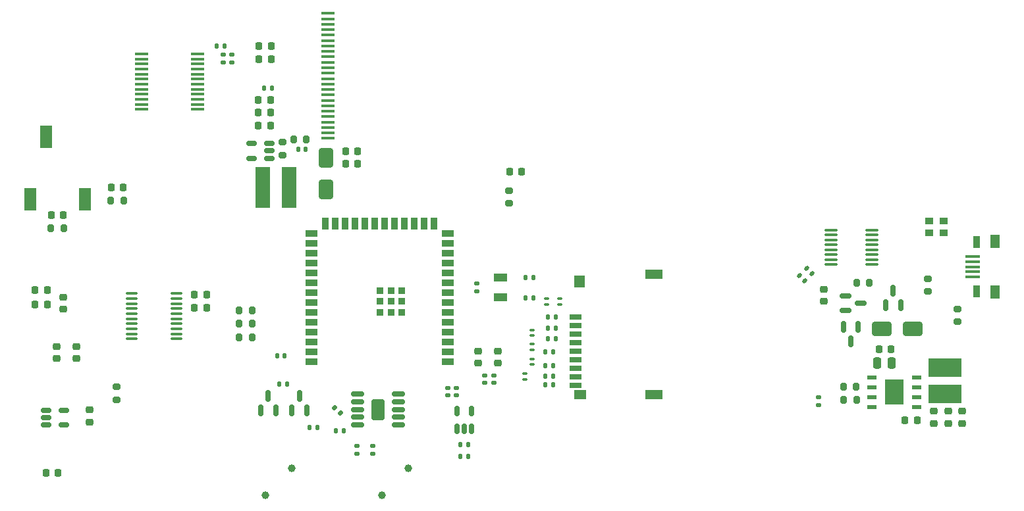
<source format=gtp>
%TF.GenerationSoftware,KiCad,Pcbnew,8.0.5-8.0.5-0~ubuntu24.04.1*%
%TF.CreationDate,2024-10-22T00:13:01+08:00*%
%TF.ProjectId,EL6170_Pro_Max_Plus,454c3631-3730-45f5-9072-6f5f4d61785f,rev?*%
%TF.SameCoordinates,Original*%
%TF.FileFunction,Paste,Top*%
%TF.FilePolarity,Positive*%
%FSLAX46Y46*%
G04 Gerber Fmt 4.6, Leading zero omitted, Abs format (unit mm)*
G04 Created by KiCad (PCBNEW 8.0.5-8.0.5-0~ubuntu24.04.1) date 2024-10-22 00:13:01*
%MOMM*%
%LPD*%
G01*
G04 APERTURE LIST*
G04 Aperture macros list*
%AMRoundRect*
0 Rectangle with rounded corners*
0 $1 Rounding radius*
0 $2 $3 $4 $5 $6 $7 $8 $9 X,Y pos of 4 corners*
0 Add a 4 corners polygon primitive as box body*
4,1,4,$2,$3,$4,$5,$6,$7,$8,$9,$2,$3,0*
0 Add four circle primitives for the rounded corners*
1,1,$1+$1,$2,$3*
1,1,$1+$1,$4,$5*
1,1,$1+$1,$6,$7*
1,1,$1+$1,$8,$9*
0 Add four rect primitives between the rounded corners*
20,1,$1+$1,$2,$3,$4,$5,0*
20,1,$1+$1,$4,$5,$6,$7,0*
20,1,$1+$1,$6,$7,$8,$9,0*
20,1,$1+$1,$8,$9,$2,$3,0*%
G04 Aperture macros list end*
%ADD10RoundRect,0.140000X0.140000X0.170000X-0.140000X0.170000X-0.140000X-0.170000X0.140000X-0.170000X0*%
%ADD11RoundRect,0.135000X0.135000X0.185000X-0.135000X0.185000X-0.135000X-0.185000X0.135000X-0.185000X0*%
%ADD12RoundRect,0.200000X0.200000X0.275000X-0.200000X0.275000X-0.200000X-0.275000X0.200000X-0.275000X0*%
%ADD13RoundRect,0.140000X0.219203X0.021213X0.021213X0.219203X-0.219203X-0.021213X-0.021213X-0.219203X0*%
%ADD14RoundRect,0.150000X0.150000X-0.587500X0.150000X0.587500X-0.150000X0.587500X-0.150000X-0.587500X0*%
%ADD15RoundRect,0.225000X0.225000X0.250000X-0.225000X0.250000X-0.225000X-0.250000X0.225000X-0.250000X0*%
%ADD16RoundRect,0.140000X-0.170000X0.140000X-0.170000X-0.140000X0.170000X-0.140000X0.170000X0.140000X0*%
%ADD17RoundRect,0.100000X-0.637500X-0.100000X0.637500X-0.100000X0.637500X0.100000X-0.637500X0.100000X0*%
%ADD18RoundRect,0.225000X-0.225000X-0.250000X0.225000X-0.250000X0.225000X0.250000X-0.225000X0.250000X0*%
%ADD19RoundRect,0.135000X-0.185000X0.135000X-0.185000X-0.135000X0.185000X-0.135000X0.185000X0.135000X0*%
%ADD20RoundRect,0.225000X0.250000X-0.225000X0.250000X0.225000X-0.250000X0.225000X-0.250000X-0.225000X0*%
%ADD21RoundRect,0.140000X-0.140000X-0.170000X0.140000X-0.170000X0.140000X0.170000X-0.140000X0.170000X0*%
%ADD22RoundRect,0.225000X-0.250000X0.225000X-0.250000X-0.225000X0.250000X-0.225000X0.250000X0.225000X0*%
%ADD23R,1.600000X0.700000*%
%ADD24R,1.600000X1.200000*%
%ADD25R,2.200000X1.200000*%
%ADD26R,1.400000X1.600000*%
%ADD27RoundRect,0.200000X-0.200000X-0.275000X0.200000X-0.275000X0.200000X0.275000X-0.200000X0.275000X0*%
%ADD28RoundRect,0.135000X-0.135000X-0.185000X0.135000X-0.185000X0.135000X0.185000X-0.135000X0.185000X0*%
%ADD29RoundRect,0.050000X0.250000X-0.100000X0.250000X0.100000X-0.250000X0.100000X-0.250000X-0.100000X0*%
%ADD30RoundRect,0.150000X0.150000X-0.512500X0.150000X0.512500X-0.150000X0.512500X-0.150000X-0.512500X0*%
%ADD31RoundRect,0.135000X0.226274X0.035355X0.035355X0.226274X-0.226274X-0.035355X-0.035355X-0.226274X0*%
%ADD32RoundRect,0.150000X-0.512500X-0.150000X0.512500X-0.150000X0.512500X0.150000X-0.512500X0.150000X0*%
%ADD33R,4.300000X2.400000*%
%ADD34RoundRect,0.050000X-0.250000X0.100000X-0.250000X-0.100000X0.250000X-0.100000X0.250000X0.100000X0*%
%ADD35R,1.500000X3.000000*%
%ADD36RoundRect,0.250000X-0.650000X1.000000X-0.650000X-1.000000X0.650000X-1.000000X0.650000X1.000000X0*%
%ADD37RoundRect,0.150000X-0.150000X0.587500X-0.150000X-0.587500X0.150000X-0.587500X0.150000X0.587500X0*%
%ADD38RoundRect,0.200000X-0.275000X0.200000X-0.275000X-0.200000X0.275000X-0.200000X0.275000X0.200000X0*%
%ADD39RoundRect,0.150000X-0.587500X-0.150000X0.587500X-0.150000X0.587500X0.150000X-0.587500X0.150000X0*%
%ADD40RoundRect,0.140000X0.170000X-0.140000X0.170000X0.140000X-0.170000X0.140000X-0.170000X-0.140000X0*%
%ADD41R,1.850000X0.400000*%
%ADD42R,1.300000X1.720000*%
%ADD43R,0.900000X1.620000*%
%ADD44C,1.000000*%
%ADD45R,1.000000X0.900000*%
%ADD46RoundRect,0.250000X0.595000X1.080000X-0.595000X1.080000X-0.595000X-1.080000X0.595000X-1.080000X0*%
%ADD47RoundRect,0.150000X0.687500X0.150000X-0.687500X0.150000X-0.687500X-0.150000X0.687500X-0.150000X0*%
%ADD48RoundRect,0.100000X-0.712500X-0.100000X0.712500X-0.100000X0.712500X0.100000X-0.712500X0.100000X0*%
%ADD49RoundRect,0.200000X0.275000X-0.200000X0.275000X0.200000X-0.275000X0.200000X-0.275000X-0.200000X0*%
%ADD50RoundRect,0.250000X-1.000000X-0.650000X1.000000X-0.650000X1.000000X0.650000X-1.000000X0.650000X0*%
%ADD51R,1.900000X5.300000*%
%ADD52R,1.750000X0.450000*%
%ADD53RoundRect,0.218750X-0.218750X-0.256250X0.218750X-0.256250X0.218750X0.256250X-0.218750X0.256250X0*%
%ADD54R,0.900000X0.900000*%
%ADD55R,1.500000X0.900000*%
%ADD56R,0.900000X1.500000*%
%ADD57RoundRect,0.135000X0.185000X-0.135000X0.185000X0.135000X-0.185000X0.135000X-0.185000X-0.135000X0*%
%ADD58R,1.800000X0.400000*%
%ADD59R,1.200000X0.600000*%
%ADD60R,2.400000X3.300000*%
%ADD61RoundRect,0.150000X0.512500X0.150000X-0.512500X0.150000X-0.512500X-0.150000X0.512500X-0.150000X0*%
%ADD62RoundRect,0.250000X-0.250000X-0.475000X0.250000X-0.475000X0.250000X0.475000X-0.250000X0.475000X0*%
%ADD63R,1.800000X1.000000*%
G04 APERTURE END LIST*
D10*
%TO.C,C48*%
X158780000Y-101700000D03*
X157820000Y-101700000D03*
%TD*%
D11*
%TO.C,R24*%
X161310000Y-115550000D03*
X160290000Y-115550000D03*
%TD*%
D12*
%TO.C,R23*%
X200325000Y-117500000D03*
X198675000Y-117500000D03*
%TD*%
D10*
%TO.C,C47*%
X158780000Y-104300000D03*
X157820000Y-104300000D03*
%TD*%
D13*
%TO.C,C25*%
X194589411Y-101189411D03*
X193910589Y-100510589D03*
%TD*%
D11*
%TO.C,R30*%
X161710000Y-106750000D03*
X160690000Y-106750000D03*
%TD*%
D14*
%TO.C,Q3*%
X204100000Y-105237500D03*
X206000000Y-105237500D03*
X205050000Y-103362500D03*
%TD*%
D15*
%TO.C,C7*%
X124975000Y-78850000D03*
X123425000Y-78850000D03*
%TD*%
D16*
%TO.C,C44*%
X152500000Y-114320000D03*
X152500000Y-115280000D03*
%TD*%
D17*
%TO.C,U9*%
X107137500Y-103775000D03*
X107137500Y-104425000D03*
X107137500Y-105075000D03*
X107137500Y-105725000D03*
X107137500Y-106375000D03*
X107137500Y-107025000D03*
X107137500Y-107675000D03*
X107137500Y-108325000D03*
X107137500Y-108975000D03*
X107137500Y-109625000D03*
X112862500Y-109625000D03*
X112862500Y-108975000D03*
X112862500Y-108325000D03*
X112862500Y-107675000D03*
X112862500Y-107025000D03*
X112862500Y-106375000D03*
X112862500Y-105725000D03*
X112862500Y-105075000D03*
X112862500Y-104425000D03*
X112862500Y-103775000D03*
%TD*%
D18*
%TO.C,C4*%
X134625000Y-87100000D03*
X136175000Y-87100000D03*
%TD*%
D19*
%TO.C,R25*%
X120000000Y-72990000D03*
X120000000Y-74010000D03*
%TD*%
D18*
%TO.C,C3*%
X134625000Y-85425000D03*
X136175000Y-85425000D03*
%TD*%
D20*
%TO.C,C34*%
X100062500Y-112150000D03*
X100062500Y-110600000D03*
%TD*%
D21*
%TO.C,C20*%
X125820000Y-111800000D03*
X126780000Y-111800000D03*
%TD*%
D22*
%TO.C,C40*%
X213900000Y-118925000D03*
X213900000Y-120475000D03*
%TD*%
D23*
%TO.C,J2*%
X164200000Y-106800000D03*
X164200000Y-107900000D03*
X164200000Y-109000000D03*
X164200000Y-110100000D03*
X164200000Y-111200000D03*
X164200000Y-112300000D03*
X164200000Y-113400000D03*
X164200000Y-114500000D03*
X164200000Y-115600000D03*
D24*
X164800000Y-116800000D03*
D25*
X174300000Y-116800000D03*
X174300000Y-101300000D03*
D26*
X164700000Y-102200000D03*
%TD*%
D22*
%TO.C,C46*%
X196150000Y-103200000D03*
X196150000Y-104750000D03*
%TD*%
D27*
%TO.C,R17*%
X120975000Y-109380000D03*
X122625000Y-109380000D03*
%TD*%
D28*
%TO.C,R9*%
X126090000Y-115400000D03*
X127110000Y-115400000D03*
%TD*%
D10*
%TO.C,C16*%
X150380000Y-124700000D03*
X149420000Y-124700000D03*
%TD*%
D12*
%TO.C,R12*%
X129625000Y-83900000D03*
X127975000Y-83900000D03*
%TD*%
D22*
%TO.C,C35*%
X97500000Y-110600000D03*
X97500000Y-112150000D03*
%TD*%
%TO.C,C41*%
X212100000Y-118925000D03*
X212100000Y-120475000D03*
%TD*%
D29*
%TO.C,D8*%
X158600000Y-112900000D03*
X158600000Y-112200000D03*
%TD*%
D30*
%TO.C,U5*%
X148950000Y-121187500D03*
X149900000Y-121187500D03*
X150850000Y-121187500D03*
X150850000Y-118912500D03*
X148950000Y-118912500D03*
%TD*%
D19*
%TO.C,R6*%
X138100000Y-123390000D03*
X138100000Y-124410000D03*
%TD*%
D22*
%TO.C,C29*%
X98300000Y-104225000D03*
X98300000Y-105775000D03*
%TD*%
D31*
%TO.C,R7*%
X133960624Y-119160624D03*
X133239376Y-118439376D03*
%TD*%
D19*
%TO.C,R32*%
X118900000Y-72990000D03*
X118900000Y-74010000D03*
%TD*%
D32*
%TO.C,U10*%
X96114545Y-118773345D03*
X96114545Y-119723345D03*
X96114545Y-120673345D03*
X98389545Y-120673345D03*
X98389545Y-118773345D03*
%TD*%
D11*
%TO.C,R8*%
X131000000Y-121000000D03*
X129980000Y-121000000D03*
%TD*%
D22*
%TO.C,C42*%
X210300000Y-118925000D03*
X210300000Y-120475000D03*
%TD*%
D33*
%TO.C,L6*%
X211700000Y-113300000D03*
X211700000Y-116700000D03*
%TD*%
D34*
%TO.C,D10*%
X162200000Y-104450000D03*
X162200000Y-105150000D03*
%TD*%
D29*
%TO.C,D7*%
X158600000Y-111000000D03*
X158600000Y-110300000D03*
%TD*%
D19*
%TO.C,R5*%
X136100000Y-123390000D03*
X136100000Y-124410000D03*
%TD*%
D35*
%TO.C,Audio1*%
X94100000Y-91600000D03*
X96100000Y-83600000D03*
X101100000Y-91600000D03*
%TD*%
D36*
%TO.C,D3*%
X132100000Y-86325000D03*
X132100000Y-90325000D03*
%TD*%
D27*
%TO.C,R13*%
X104475000Y-91800000D03*
X106125000Y-91800000D03*
%TD*%
D13*
%TO.C,C24*%
X193639411Y-102139411D03*
X192960589Y-101460589D03*
%TD*%
D37*
%TO.C,Q4*%
X200550000Y-108062500D03*
X198650000Y-108062500D03*
X199600000Y-109937500D03*
%TD*%
D38*
%TO.C,R34*%
X213300000Y-105775000D03*
X213300000Y-107425000D03*
%TD*%
D11*
%TO.C,R26*%
X161710000Y-109550000D03*
X160690000Y-109550000D03*
%TD*%
D28*
%TO.C,R1*%
X124190000Y-77300000D03*
X125210000Y-77300000D03*
%TD*%
D39*
%TO.C,Q5*%
X198962500Y-104050000D03*
X198962500Y-105950000D03*
X200837500Y-105000000D03*
%TD*%
D40*
%TO.C,C18*%
X147800000Y-116900000D03*
X147800000Y-115940000D03*
%TD*%
D18*
%TO.C,C28*%
X96825000Y-93700000D03*
X98375000Y-93700000D03*
%TD*%
D12*
%TO.C,R21*%
X200300000Y-115800000D03*
X198650000Y-115800000D03*
%TD*%
D16*
%TO.C,C45*%
X153700000Y-114320000D03*
X153700000Y-115280000D03*
%TD*%
D15*
%TO.C,C1*%
X125075000Y-71950000D03*
X123525000Y-71950000D03*
%TD*%
D41*
%TO.C,USB1*%
X215280000Y-101630000D03*
X215280000Y-100980000D03*
X215280000Y-100330000D03*
X215280000Y-99680000D03*
X215280000Y-99030000D03*
D42*
X218120000Y-103570000D03*
D43*
X215760000Y-103520000D03*
X215760000Y-97140000D03*
D42*
X218120000Y-97090000D03*
%TD*%
D44*
%TO.C,SWRST1*%
X124300000Y-129700000D03*
X127700000Y-126300000D03*
%TD*%
D18*
%TO.C,C27*%
X104525000Y-90100000D03*
X106075000Y-90100000D03*
%TD*%
D11*
%TO.C,R28*%
X161310000Y-113050000D03*
X160290000Y-113050000D03*
%TD*%
D18*
%TO.C,C31*%
X94725000Y-103300000D03*
X96275000Y-103300000D03*
%TD*%
D45*
%TO.C,X2*%
X209680000Y-95980000D03*
X211520000Y-95980000D03*
X211520000Y-94420000D03*
X209680000Y-94420000D03*
%TD*%
D27*
%TO.C,R16*%
X120975000Y-107680000D03*
X122625000Y-107680000D03*
%TD*%
D15*
%TO.C,C6*%
X124975000Y-80500000D03*
X123425000Y-80500000D03*
%TD*%
D46*
%TO.C,U6*%
X138800000Y-118700000D03*
D47*
X141437500Y-120700000D03*
X141437500Y-119700000D03*
X141437500Y-118700000D03*
X141437500Y-117700000D03*
X141437500Y-116700000D03*
X136162500Y-116700000D03*
X136162500Y-117700000D03*
X136162500Y-118700000D03*
X136162500Y-119700000D03*
X136162500Y-120700000D03*
%TD*%
D48*
%TO.C,U8*%
X197050000Y-95577500D03*
X197050000Y-96212500D03*
X197050000Y-96847500D03*
X197050000Y-97482500D03*
X197050000Y-98117500D03*
X197050000Y-98752500D03*
X197050000Y-99387500D03*
X197050000Y-100022500D03*
X202325000Y-100022500D03*
X202325000Y-99387500D03*
X202325000Y-98752500D03*
X202325000Y-98117500D03*
X202325000Y-97482500D03*
X202325000Y-96847500D03*
X202325000Y-96212500D03*
X202325000Y-95577500D03*
%TD*%
D49*
%TO.C,R19*%
X105200000Y-117425000D03*
X105200000Y-115775000D03*
%TD*%
D10*
%TO.C,C17*%
X150380000Y-123200000D03*
X149420000Y-123200000D03*
%TD*%
D49*
%TO.C,R10*%
X155700568Y-92163495D03*
X155700568Y-90513495D03*
%TD*%
D50*
%TO.C,D5*%
X203550000Y-108300000D03*
X207550000Y-108300000D03*
%TD*%
D15*
%TO.C,C2*%
X125075000Y-73600000D03*
X123525000Y-73600000D03*
%TD*%
D11*
%TO.C,R33*%
X119110000Y-71900000D03*
X118090000Y-71900000D03*
%TD*%
D51*
%TO.C,L5*%
X124000000Y-90100000D03*
X127400000Y-90100000D03*
%TD*%
D27*
%TO.C,R15*%
X120975000Y-105980000D03*
X122625000Y-105980000D03*
%TD*%
D52*
%TO.C,U12*%
X108400000Y-72925000D03*
X108400000Y-73575000D03*
X108400000Y-74225000D03*
X108400000Y-74875000D03*
X108400000Y-75525000D03*
X108400000Y-76175000D03*
X108400000Y-76825000D03*
X108400000Y-77475000D03*
X108400000Y-78125000D03*
X108400000Y-78775000D03*
X108400000Y-79425000D03*
X108400000Y-80075000D03*
X115600000Y-80075000D03*
X115600000Y-79425000D03*
X115600000Y-78775000D03*
X115600000Y-78125000D03*
X115600000Y-77475000D03*
X115600000Y-76825000D03*
X115600000Y-76175000D03*
X115600000Y-75525000D03*
X115600000Y-74875000D03*
X115600000Y-74225000D03*
X115600000Y-73575000D03*
X115600000Y-72925000D03*
%TD*%
D27*
%TO.C,R22*%
X200325000Y-102400000D03*
X201975000Y-102400000D03*
%TD*%
D18*
%TO.C,C32*%
X115225000Y-103900000D03*
X116775000Y-103900000D03*
%TD*%
%TO.C,C33*%
X115225000Y-105600000D03*
X116775000Y-105600000D03*
%TD*%
D34*
%TO.C,D11*%
X160500000Y-104450000D03*
X160500000Y-105150000D03*
%TD*%
D53*
%TO.C,D2*%
X155712500Y-88100000D03*
X157287500Y-88100000D03*
%TD*%
D54*
%TO.C,U13*%
X141900000Y-103400000D03*
X141895606Y-106200000D03*
X141895606Y-104800000D03*
X140500000Y-103400000D03*
X140495606Y-106200000D03*
X140495606Y-104800000D03*
X139100000Y-103400000D03*
X139095606Y-106200000D03*
X139095606Y-104800000D03*
D55*
X147745606Y-112520000D03*
X147745606Y-111250000D03*
X147745606Y-109980000D03*
X147745606Y-108710000D03*
X147745606Y-107440000D03*
X147745606Y-106170000D03*
X147745606Y-104900000D03*
X147745606Y-103630000D03*
X147745606Y-102360000D03*
X147745606Y-101090000D03*
X147745606Y-99820000D03*
X147745606Y-98550000D03*
X147745606Y-97280000D03*
X147745606Y-96010000D03*
D56*
X145980606Y-94760000D03*
X144710606Y-94760000D03*
X143440606Y-94760000D03*
X142170606Y-94760000D03*
X140900606Y-94760000D03*
X139630606Y-94760000D03*
X138360606Y-94760000D03*
X137090606Y-94760000D03*
X135820606Y-94760000D03*
X134550606Y-94760000D03*
X133280606Y-94760000D03*
X132010606Y-94760000D03*
D55*
X130245606Y-96010000D03*
X130245606Y-97280000D03*
X130245606Y-98550000D03*
X130245606Y-99820000D03*
X130245606Y-101090000D03*
X130245606Y-102360000D03*
X130245606Y-103630000D03*
X130245606Y-104900000D03*
X130245606Y-106170000D03*
X130245606Y-107440000D03*
X130245606Y-108710000D03*
X130245606Y-109980000D03*
X130245606Y-111250000D03*
X130245606Y-112520000D03*
%TD*%
D40*
%TO.C,C19*%
X148900000Y-116900000D03*
X148900000Y-115940000D03*
%TD*%
D57*
%TO.C,R4*%
X151500000Y-103510000D03*
X151500000Y-102490000D03*
%TD*%
D58*
%TO.C,SH1*%
X132400000Y-83800000D03*
X132400000Y-83100000D03*
X132400000Y-82400000D03*
X132400000Y-81700000D03*
X132400000Y-81000000D03*
X132400000Y-80300000D03*
X132400000Y-79600000D03*
X132400000Y-78900000D03*
X132400000Y-78200000D03*
X132400000Y-77500000D03*
X132400000Y-76800000D03*
X132400000Y-76100000D03*
X132400000Y-75400000D03*
X132400000Y-74700000D03*
X132400000Y-74000000D03*
X132400000Y-73300000D03*
X132400000Y-72600000D03*
X132400000Y-71900000D03*
X132400000Y-71200000D03*
X132400000Y-70500000D03*
X132400000Y-69800000D03*
X132400000Y-69100000D03*
X132400000Y-68400000D03*
X132400000Y-67700000D03*
%TD*%
D15*
%TO.C,C43*%
X208112990Y-120092532D03*
X206562990Y-120092532D03*
%TD*%
D59*
%TO.C,U11*%
X202290000Y-114540000D03*
X202290000Y-115810000D03*
X202290000Y-117090000D03*
X202290000Y-118360000D03*
X208110000Y-118360000D03*
X208110000Y-117090000D03*
X208110000Y-115810000D03*
X208110000Y-114540000D03*
D60*
X205200000Y-116450000D03*
%TD*%
D14*
%TO.C,Q1*%
X123750000Y-118837500D03*
X125650000Y-118837500D03*
X124700000Y-116962500D03*
%TD*%
D22*
%TO.C,C49*%
X154210000Y-111200000D03*
X154210000Y-112750000D03*
%TD*%
D27*
%TO.C,R14*%
X96775000Y-95400000D03*
X98425000Y-95400000D03*
%TD*%
D49*
%TO.C,R35*%
X209500000Y-103525000D03*
X209500000Y-101875000D03*
%TD*%
D15*
%TO.C,C5*%
X124975000Y-82150000D03*
X123425000Y-82150000D03*
%TD*%
D61*
%TO.C,U2*%
X124837500Y-86350000D03*
X124837500Y-85400000D03*
X124837500Y-84450000D03*
X122562500Y-84450000D03*
X122562500Y-86350000D03*
%TD*%
D44*
%TO.C,SWBOOT1*%
X139300000Y-129700000D03*
X142700000Y-126300000D03*
%TD*%
D21*
%TO.C,C26*%
X128570000Y-85200000D03*
X129530000Y-85200000D03*
%TD*%
D11*
%TO.C,R31*%
X161710000Y-108250000D03*
X160690000Y-108250000D03*
%TD*%
D14*
%TO.C,Q2*%
X127750000Y-118837500D03*
X129650000Y-118837500D03*
X128700000Y-116962500D03*
%TD*%
D62*
%TO.C,C39*%
X202950000Y-112700000D03*
X204850000Y-112700000D03*
%TD*%
D29*
%TO.C,D6*%
X158600000Y-109150000D03*
X158600000Y-108450000D03*
%TD*%
D18*
%TO.C,C36*%
X96152045Y-126823345D03*
X97702045Y-126823345D03*
%TD*%
%TO.C,C38*%
X203225000Y-110900000D03*
X204775000Y-110900000D03*
%TD*%
D22*
%TO.C,C50*%
X151700000Y-111200000D03*
X151700000Y-112750000D03*
%TD*%
D38*
%TO.C,R11*%
X126500000Y-84275000D03*
X126500000Y-85925000D03*
%TD*%
D21*
%TO.C,C21*%
X133420000Y-121400000D03*
X134380000Y-121400000D03*
%TD*%
D15*
%TO.C,C30*%
X96275000Y-105200000D03*
X94725000Y-105200000D03*
%TD*%
D22*
%TO.C,C37*%
X101752045Y-118748345D03*
X101752045Y-120298345D03*
%TD*%
D63*
%TO.C,Y1*%
X154600000Y-104250000D03*
X154600000Y-101750000D03*
%TD*%
D11*
%TO.C,R27*%
X161310000Y-111250000D03*
X160290000Y-111250000D03*
%TD*%
D29*
%TO.C,D9*%
X157700000Y-114800000D03*
X157700000Y-114100000D03*
%TD*%
D11*
%TO.C,R29*%
X161310000Y-114450000D03*
X160290000Y-114450000D03*
%TD*%
D19*
%TO.C,R36*%
X195450000Y-117140000D03*
X195450000Y-118160000D03*
%TD*%
M02*

</source>
